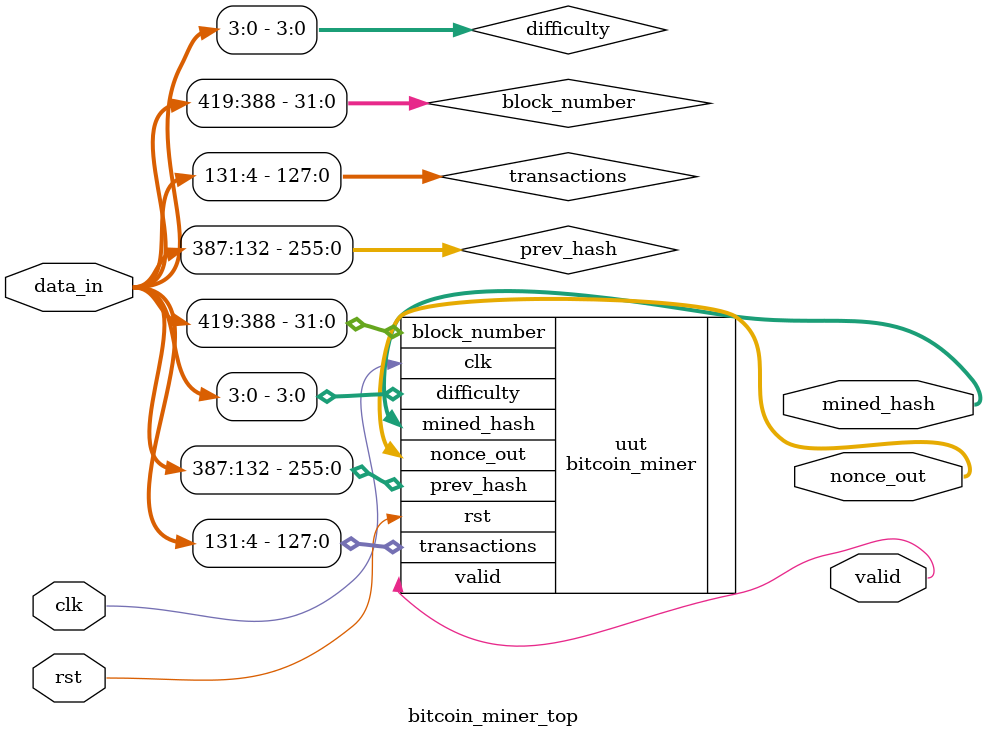
<source format=v>
module bitcoin_miner_top (
    input clk,
    input rst,
    input [419:0] data_in, // 420-bit input containing all necessary fields
    output [255:0] mined_hash,
    output [31:0] nonce_out,
    output valid
);

    // Extracting fields from the 420-bit input data
    wire [31:0] block_number = data_in[419:388];  // 32-bit block number
    wire [255:0] prev_hash = data_in[387:132];    // 256-bit previous hash
    wire [127:0] transactions = data_in[131:4];   // 128-bit transaction data
    wire [3:0] difficulty = data_in[3:0];         // 4-bit difficulty level

    // Instantiating the bitcoin_miner module
    bitcoin_miner uut (
        .clk(clk),
        .rst(rst),
        .block_number(block_number),
        .prev_hash(prev_hash),
        .transactions(transactions),
        .difficulty(difficulty),
        .mined_hash(mined_hash),
        .nonce_out(nonce_out),
        .valid(valid)
    );

endmodule
</source>
